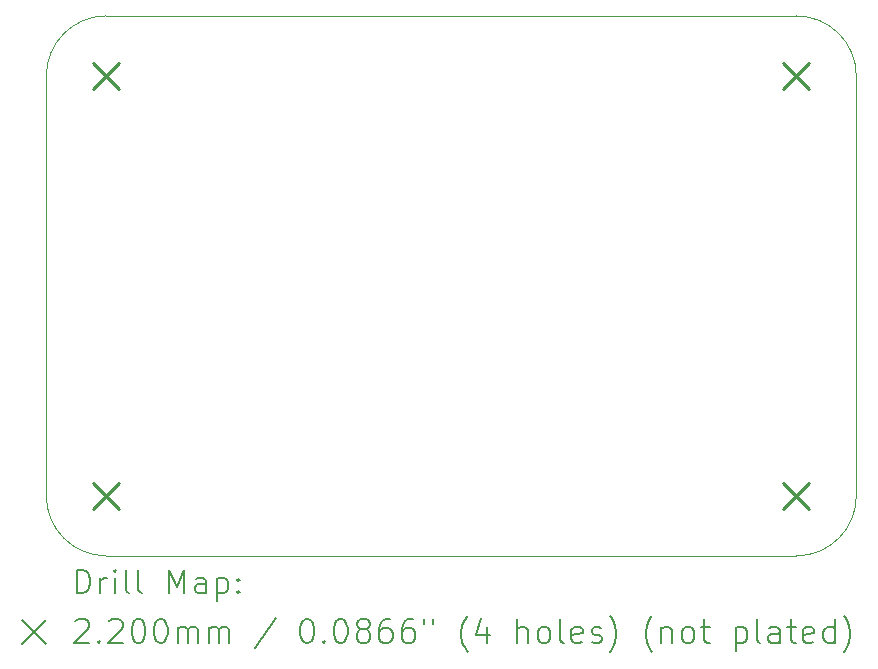
<source format=gbr>
%TF.GenerationSoftware,KiCad,Pcbnew,7.0.10*%
%TF.CreationDate,2024-01-28T20:05:48-07:00*%
%TF.ProjectId,CANBUS Breakout Board,43414e42-5553-4204-9272-65616b6f7574,rev?*%
%TF.SameCoordinates,Original*%
%TF.FileFunction,Drillmap*%
%TF.FilePolarity,Positive*%
%FSLAX45Y45*%
G04 Gerber Fmt 4.5, Leading zero omitted, Abs format (unit mm)*
G04 Created by KiCad (PCBNEW 7.0.10) date 2024-01-28 20:05:48*
%MOMM*%
%LPD*%
G01*
G04 APERTURE LIST*
%ADD10C,0.100000*%
%ADD11C,0.200000*%
%ADD12C,0.220000*%
G04 APERTURE END LIST*
D10*
X12446000Y-5588000D02*
G75*
G03*
X11938000Y-6096000I0J-508000D01*
G01*
X18288000Y-10160000D02*
G75*
G03*
X18796000Y-9652000I0J508000D01*
G01*
X12446000Y-5588000D02*
X18288000Y-5588000D01*
X18796000Y-6096000D02*
G75*
G03*
X18288000Y-5588000I-508000J0D01*
G01*
X11938000Y-6096000D02*
X11938000Y-9652000D01*
X11938000Y-9652000D02*
G75*
G03*
X12446000Y-10160000I508000J0D01*
G01*
X18796000Y-6096000D02*
X18796000Y-9652000D01*
X12446000Y-10160000D02*
X18288000Y-10160000D01*
D11*
D12*
X12336000Y-5986000D02*
X12556000Y-6206000D01*
X12556000Y-5986000D02*
X12336000Y-6206000D01*
X12336000Y-9542000D02*
X12556000Y-9762000D01*
X12556000Y-9542000D02*
X12336000Y-9762000D01*
X18178000Y-5986000D02*
X18398000Y-6206000D01*
X18398000Y-5986000D02*
X18178000Y-6206000D01*
X18178000Y-9542000D02*
X18398000Y-9762000D01*
X18398000Y-9542000D02*
X18178000Y-9762000D01*
D11*
X12193777Y-10476484D02*
X12193777Y-10276484D01*
X12193777Y-10276484D02*
X12241396Y-10276484D01*
X12241396Y-10276484D02*
X12269967Y-10286008D01*
X12269967Y-10286008D02*
X12289015Y-10305055D01*
X12289015Y-10305055D02*
X12298539Y-10324103D01*
X12298539Y-10324103D02*
X12308062Y-10362198D01*
X12308062Y-10362198D02*
X12308062Y-10390770D01*
X12308062Y-10390770D02*
X12298539Y-10428865D01*
X12298539Y-10428865D02*
X12289015Y-10447912D01*
X12289015Y-10447912D02*
X12269967Y-10466960D01*
X12269967Y-10466960D02*
X12241396Y-10476484D01*
X12241396Y-10476484D02*
X12193777Y-10476484D01*
X12393777Y-10476484D02*
X12393777Y-10343150D01*
X12393777Y-10381246D02*
X12403301Y-10362198D01*
X12403301Y-10362198D02*
X12412824Y-10352674D01*
X12412824Y-10352674D02*
X12431872Y-10343150D01*
X12431872Y-10343150D02*
X12450920Y-10343150D01*
X12517586Y-10476484D02*
X12517586Y-10343150D01*
X12517586Y-10276484D02*
X12508062Y-10286008D01*
X12508062Y-10286008D02*
X12517586Y-10295531D01*
X12517586Y-10295531D02*
X12527110Y-10286008D01*
X12527110Y-10286008D02*
X12517586Y-10276484D01*
X12517586Y-10276484D02*
X12517586Y-10295531D01*
X12641396Y-10476484D02*
X12622348Y-10466960D01*
X12622348Y-10466960D02*
X12612824Y-10447912D01*
X12612824Y-10447912D02*
X12612824Y-10276484D01*
X12746158Y-10476484D02*
X12727110Y-10466960D01*
X12727110Y-10466960D02*
X12717586Y-10447912D01*
X12717586Y-10447912D02*
X12717586Y-10276484D01*
X12974729Y-10476484D02*
X12974729Y-10276484D01*
X12974729Y-10276484D02*
X13041396Y-10419341D01*
X13041396Y-10419341D02*
X13108062Y-10276484D01*
X13108062Y-10276484D02*
X13108062Y-10476484D01*
X13289015Y-10476484D02*
X13289015Y-10371722D01*
X13289015Y-10371722D02*
X13279491Y-10352674D01*
X13279491Y-10352674D02*
X13260443Y-10343150D01*
X13260443Y-10343150D02*
X13222348Y-10343150D01*
X13222348Y-10343150D02*
X13203301Y-10352674D01*
X13289015Y-10466960D02*
X13269967Y-10476484D01*
X13269967Y-10476484D02*
X13222348Y-10476484D01*
X13222348Y-10476484D02*
X13203301Y-10466960D01*
X13203301Y-10466960D02*
X13193777Y-10447912D01*
X13193777Y-10447912D02*
X13193777Y-10428865D01*
X13193777Y-10428865D02*
X13203301Y-10409817D01*
X13203301Y-10409817D02*
X13222348Y-10400293D01*
X13222348Y-10400293D02*
X13269967Y-10400293D01*
X13269967Y-10400293D02*
X13289015Y-10390770D01*
X13384253Y-10343150D02*
X13384253Y-10543150D01*
X13384253Y-10352674D02*
X13403301Y-10343150D01*
X13403301Y-10343150D02*
X13441396Y-10343150D01*
X13441396Y-10343150D02*
X13460443Y-10352674D01*
X13460443Y-10352674D02*
X13469967Y-10362198D01*
X13469967Y-10362198D02*
X13479491Y-10381246D01*
X13479491Y-10381246D02*
X13479491Y-10438389D01*
X13479491Y-10438389D02*
X13469967Y-10457436D01*
X13469967Y-10457436D02*
X13460443Y-10466960D01*
X13460443Y-10466960D02*
X13441396Y-10476484D01*
X13441396Y-10476484D02*
X13403301Y-10476484D01*
X13403301Y-10476484D02*
X13384253Y-10466960D01*
X13565205Y-10457436D02*
X13574729Y-10466960D01*
X13574729Y-10466960D02*
X13565205Y-10476484D01*
X13565205Y-10476484D02*
X13555682Y-10466960D01*
X13555682Y-10466960D02*
X13565205Y-10457436D01*
X13565205Y-10457436D02*
X13565205Y-10476484D01*
X13565205Y-10352674D02*
X13574729Y-10362198D01*
X13574729Y-10362198D02*
X13565205Y-10371722D01*
X13565205Y-10371722D02*
X13555682Y-10362198D01*
X13555682Y-10362198D02*
X13565205Y-10352674D01*
X13565205Y-10352674D02*
X13565205Y-10371722D01*
X11733000Y-10705000D02*
X11933000Y-10905000D01*
X11933000Y-10705000D02*
X11733000Y-10905000D01*
X12184253Y-10715531D02*
X12193777Y-10706008D01*
X12193777Y-10706008D02*
X12212824Y-10696484D01*
X12212824Y-10696484D02*
X12260443Y-10696484D01*
X12260443Y-10696484D02*
X12279491Y-10706008D01*
X12279491Y-10706008D02*
X12289015Y-10715531D01*
X12289015Y-10715531D02*
X12298539Y-10734579D01*
X12298539Y-10734579D02*
X12298539Y-10753627D01*
X12298539Y-10753627D02*
X12289015Y-10782198D01*
X12289015Y-10782198D02*
X12174729Y-10896484D01*
X12174729Y-10896484D02*
X12298539Y-10896484D01*
X12384253Y-10877436D02*
X12393777Y-10886960D01*
X12393777Y-10886960D02*
X12384253Y-10896484D01*
X12384253Y-10896484D02*
X12374729Y-10886960D01*
X12374729Y-10886960D02*
X12384253Y-10877436D01*
X12384253Y-10877436D02*
X12384253Y-10896484D01*
X12469967Y-10715531D02*
X12479491Y-10706008D01*
X12479491Y-10706008D02*
X12498539Y-10696484D01*
X12498539Y-10696484D02*
X12546158Y-10696484D01*
X12546158Y-10696484D02*
X12565205Y-10706008D01*
X12565205Y-10706008D02*
X12574729Y-10715531D01*
X12574729Y-10715531D02*
X12584253Y-10734579D01*
X12584253Y-10734579D02*
X12584253Y-10753627D01*
X12584253Y-10753627D02*
X12574729Y-10782198D01*
X12574729Y-10782198D02*
X12460443Y-10896484D01*
X12460443Y-10896484D02*
X12584253Y-10896484D01*
X12708062Y-10696484D02*
X12727110Y-10696484D01*
X12727110Y-10696484D02*
X12746158Y-10706008D01*
X12746158Y-10706008D02*
X12755682Y-10715531D01*
X12755682Y-10715531D02*
X12765205Y-10734579D01*
X12765205Y-10734579D02*
X12774729Y-10772674D01*
X12774729Y-10772674D02*
X12774729Y-10820293D01*
X12774729Y-10820293D02*
X12765205Y-10858389D01*
X12765205Y-10858389D02*
X12755682Y-10877436D01*
X12755682Y-10877436D02*
X12746158Y-10886960D01*
X12746158Y-10886960D02*
X12727110Y-10896484D01*
X12727110Y-10896484D02*
X12708062Y-10896484D01*
X12708062Y-10896484D02*
X12689015Y-10886960D01*
X12689015Y-10886960D02*
X12679491Y-10877436D01*
X12679491Y-10877436D02*
X12669967Y-10858389D01*
X12669967Y-10858389D02*
X12660443Y-10820293D01*
X12660443Y-10820293D02*
X12660443Y-10772674D01*
X12660443Y-10772674D02*
X12669967Y-10734579D01*
X12669967Y-10734579D02*
X12679491Y-10715531D01*
X12679491Y-10715531D02*
X12689015Y-10706008D01*
X12689015Y-10706008D02*
X12708062Y-10696484D01*
X12898539Y-10696484D02*
X12917586Y-10696484D01*
X12917586Y-10696484D02*
X12936634Y-10706008D01*
X12936634Y-10706008D02*
X12946158Y-10715531D01*
X12946158Y-10715531D02*
X12955682Y-10734579D01*
X12955682Y-10734579D02*
X12965205Y-10772674D01*
X12965205Y-10772674D02*
X12965205Y-10820293D01*
X12965205Y-10820293D02*
X12955682Y-10858389D01*
X12955682Y-10858389D02*
X12946158Y-10877436D01*
X12946158Y-10877436D02*
X12936634Y-10886960D01*
X12936634Y-10886960D02*
X12917586Y-10896484D01*
X12917586Y-10896484D02*
X12898539Y-10896484D01*
X12898539Y-10896484D02*
X12879491Y-10886960D01*
X12879491Y-10886960D02*
X12869967Y-10877436D01*
X12869967Y-10877436D02*
X12860443Y-10858389D01*
X12860443Y-10858389D02*
X12850920Y-10820293D01*
X12850920Y-10820293D02*
X12850920Y-10772674D01*
X12850920Y-10772674D02*
X12860443Y-10734579D01*
X12860443Y-10734579D02*
X12869967Y-10715531D01*
X12869967Y-10715531D02*
X12879491Y-10706008D01*
X12879491Y-10706008D02*
X12898539Y-10696484D01*
X13050920Y-10896484D02*
X13050920Y-10763150D01*
X13050920Y-10782198D02*
X13060443Y-10772674D01*
X13060443Y-10772674D02*
X13079491Y-10763150D01*
X13079491Y-10763150D02*
X13108063Y-10763150D01*
X13108063Y-10763150D02*
X13127110Y-10772674D01*
X13127110Y-10772674D02*
X13136634Y-10791722D01*
X13136634Y-10791722D02*
X13136634Y-10896484D01*
X13136634Y-10791722D02*
X13146158Y-10772674D01*
X13146158Y-10772674D02*
X13165205Y-10763150D01*
X13165205Y-10763150D02*
X13193777Y-10763150D01*
X13193777Y-10763150D02*
X13212824Y-10772674D01*
X13212824Y-10772674D02*
X13222348Y-10791722D01*
X13222348Y-10791722D02*
X13222348Y-10896484D01*
X13317586Y-10896484D02*
X13317586Y-10763150D01*
X13317586Y-10782198D02*
X13327110Y-10772674D01*
X13327110Y-10772674D02*
X13346158Y-10763150D01*
X13346158Y-10763150D02*
X13374729Y-10763150D01*
X13374729Y-10763150D02*
X13393777Y-10772674D01*
X13393777Y-10772674D02*
X13403301Y-10791722D01*
X13403301Y-10791722D02*
X13403301Y-10896484D01*
X13403301Y-10791722D02*
X13412824Y-10772674D01*
X13412824Y-10772674D02*
X13431872Y-10763150D01*
X13431872Y-10763150D02*
X13460443Y-10763150D01*
X13460443Y-10763150D02*
X13479491Y-10772674D01*
X13479491Y-10772674D02*
X13489015Y-10791722D01*
X13489015Y-10791722D02*
X13489015Y-10896484D01*
X13879491Y-10686960D02*
X13708063Y-10944103D01*
X14136634Y-10696484D02*
X14155682Y-10696484D01*
X14155682Y-10696484D02*
X14174729Y-10706008D01*
X14174729Y-10706008D02*
X14184253Y-10715531D01*
X14184253Y-10715531D02*
X14193777Y-10734579D01*
X14193777Y-10734579D02*
X14203301Y-10772674D01*
X14203301Y-10772674D02*
X14203301Y-10820293D01*
X14203301Y-10820293D02*
X14193777Y-10858389D01*
X14193777Y-10858389D02*
X14184253Y-10877436D01*
X14184253Y-10877436D02*
X14174729Y-10886960D01*
X14174729Y-10886960D02*
X14155682Y-10896484D01*
X14155682Y-10896484D02*
X14136634Y-10896484D01*
X14136634Y-10896484D02*
X14117586Y-10886960D01*
X14117586Y-10886960D02*
X14108063Y-10877436D01*
X14108063Y-10877436D02*
X14098539Y-10858389D01*
X14098539Y-10858389D02*
X14089015Y-10820293D01*
X14089015Y-10820293D02*
X14089015Y-10772674D01*
X14089015Y-10772674D02*
X14098539Y-10734579D01*
X14098539Y-10734579D02*
X14108063Y-10715531D01*
X14108063Y-10715531D02*
X14117586Y-10706008D01*
X14117586Y-10706008D02*
X14136634Y-10696484D01*
X14289015Y-10877436D02*
X14298539Y-10886960D01*
X14298539Y-10886960D02*
X14289015Y-10896484D01*
X14289015Y-10896484D02*
X14279491Y-10886960D01*
X14279491Y-10886960D02*
X14289015Y-10877436D01*
X14289015Y-10877436D02*
X14289015Y-10896484D01*
X14422348Y-10696484D02*
X14441396Y-10696484D01*
X14441396Y-10696484D02*
X14460444Y-10706008D01*
X14460444Y-10706008D02*
X14469967Y-10715531D01*
X14469967Y-10715531D02*
X14479491Y-10734579D01*
X14479491Y-10734579D02*
X14489015Y-10772674D01*
X14489015Y-10772674D02*
X14489015Y-10820293D01*
X14489015Y-10820293D02*
X14479491Y-10858389D01*
X14479491Y-10858389D02*
X14469967Y-10877436D01*
X14469967Y-10877436D02*
X14460444Y-10886960D01*
X14460444Y-10886960D02*
X14441396Y-10896484D01*
X14441396Y-10896484D02*
X14422348Y-10896484D01*
X14422348Y-10896484D02*
X14403301Y-10886960D01*
X14403301Y-10886960D02*
X14393777Y-10877436D01*
X14393777Y-10877436D02*
X14384253Y-10858389D01*
X14384253Y-10858389D02*
X14374729Y-10820293D01*
X14374729Y-10820293D02*
X14374729Y-10772674D01*
X14374729Y-10772674D02*
X14384253Y-10734579D01*
X14384253Y-10734579D02*
X14393777Y-10715531D01*
X14393777Y-10715531D02*
X14403301Y-10706008D01*
X14403301Y-10706008D02*
X14422348Y-10696484D01*
X14603301Y-10782198D02*
X14584253Y-10772674D01*
X14584253Y-10772674D02*
X14574729Y-10763150D01*
X14574729Y-10763150D02*
X14565206Y-10744103D01*
X14565206Y-10744103D02*
X14565206Y-10734579D01*
X14565206Y-10734579D02*
X14574729Y-10715531D01*
X14574729Y-10715531D02*
X14584253Y-10706008D01*
X14584253Y-10706008D02*
X14603301Y-10696484D01*
X14603301Y-10696484D02*
X14641396Y-10696484D01*
X14641396Y-10696484D02*
X14660444Y-10706008D01*
X14660444Y-10706008D02*
X14669967Y-10715531D01*
X14669967Y-10715531D02*
X14679491Y-10734579D01*
X14679491Y-10734579D02*
X14679491Y-10744103D01*
X14679491Y-10744103D02*
X14669967Y-10763150D01*
X14669967Y-10763150D02*
X14660444Y-10772674D01*
X14660444Y-10772674D02*
X14641396Y-10782198D01*
X14641396Y-10782198D02*
X14603301Y-10782198D01*
X14603301Y-10782198D02*
X14584253Y-10791722D01*
X14584253Y-10791722D02*
X14574729Y-10801246D01*
X14574729Y-10801246D02*
X14565206Y-10820293D01*
X14565206Y-10820293D02*
X14565206Y-10858389D01*
X14565206Y-10858389D02*
X14574729Y-10877436D01*
X14574729Y-10877436D02*
X14584253Y-10886960D01*
X14584253Y-10886960D02*
X14603301Y-10896484D01*
X14603301Y-10896484D02*
X14641396Y-10896484D01*
X14641396Y-10896484D02*
X14660444Y-10886960D01*
X14660444Y-10886960D02*
X14669967Y-10877436D01*
X14669967Y-10877436D02*
X14679491Y-10858389D01*
X14679491Y-10858389D02*
X14679491Y-10820293D01*
X14679491Y-10820293D02*
X14669967Y-10801246D01*
X14669967Y-10801246D02*
X14660444Y-10791722D01*
X14660444Y-10791722D02*
X14641396Y-10782198D01*
X14850920Y-10696484D02*
X14812825Y-10696484D01*
X14812825Y-10696484D02*
X14793777Y-10706008D01*
X14793777Y-10706008D02*
X14784253Y-10715531D01*
X14784253Y-10715531D02*
X14765206Y-10744103D01*
X14765206Y-10744103D02*
X14755682Y-10782198D01*
X14755682Y-10782198D02*
X14755682Y-10858389D01*
X14755682Y-10858389D02*
X14765206Y-10877436D01*
X14765206Y-10877436D02*
X14774729Y-10886960D01*
X14774729Y-10886960D02*
X14793777Y-10896484D01*
X14793777Y-10896484D02*
X14831872Y-10896484D01*
X14831872Y-10896484D02*
X14850920Y-10886960D01*
X14850920Y-10886960D02*
X14860444Y-10877436D01*
X14860444Y-10877436D02*
X14869967Y-10858389D01*
X14869967Y-10858389D02*
X14869967Y-10810770D01*
X14869967Y-10810770D02*
X14860444Y-10791722D01*
X14860444Y-10791722D02*
X14850920Y-10782198D01*
X14850920Y-10782198D02*
X14831872Y-10772674D01*
X14831872Y-10772674D02*
X14793777Y-10772674D01*
X14793777Y-10772674D02*
X14774729Y-10782198D01*
X14774729Y-10782198D02*
X14765206Y-10791722D01*
X14765206Y-10791722D02*
X14755682Y-10810770D01*
X15041396Y-10696484D02*
X15003301Y-10696484D01*
X15003301Y-10696484D02*
X14984253Y-10706008D01*
X14984253Y-10706008D02*
X14974729Y-10715531D01*
X14974729Y-10715531D02*
X14955682Y-10744103D01*
X14955682Y-10744103D02*
X14946158Y-10782198D01*
X14946158Y-10782198D02*
X14946158Y-10858389D01*
X14946158Y-10858389D02*
X14955682Y-10877436D01*
X14955682Y-10877436D02*
X14965206Y-10886960D01*
X14965206Y-10886960D02*
X14984253Y-10896484D01*
X14984253Y-10896484D02*
X15022348Y-10896484D01*
X15022348Y-10896484D02*
X15041396Y-10886960D01*
X15041396Y-10886960D02*
X15050920Y-10877436D01*
X15050920Y-10877436D02*
X15060444Y-10858389D01*
X15060444Y-10858389D02*
X15060444Y-10810770D01*
X15060444Y-10810770D02*
X15050920Y-10791722D01*
X15050920Y-10791722D02*
X15041396Y-10782198D01*
X15041396Y-10782198D02*
X15022348Y-10772674D01*
X15022348Y-10772674D02*
X14984253Y-10772674D01*
X14984253Y-10772674D02*
X14965206Y-10782198D01*
X14965206Y-10782198D02*
X14955682Y-10791722D01*
X14955682Y-10791722D02*
X14946158Y-10810770D01*
X15136634Y-10696484D02*
X15136634Y-10734579D01*
X15212825Y-10696484D02*
X15212825Y-10734579D01*
X15508063Y-10972674D02*
X15498539Y-10963150D01*
X15498539Y-10963150D02*
X15479491Y-10934579D01*
X15479491Y-10934579D02*
X15469968Y-10915531D01*
X15469968Y-10915531D02*
X15460444Y-10886960D01*
X15460444Y-10886960D02*
X15450920Y-10839341D01*
X15450920Y-10839341D02*
X15450920Y-10801246D01*
X15450920Y-10801246D02*
X15460444Y-10753627D01*
X15460444Y-10753627D02*
X15469968Y-10725055D01*
X15469968Y-10725055D02*
X15479491Y-10706008D01*
X15479491Y-10706008D02*
X15498539Y-10677436D01*
X15498539Y-10677436D02*
X15508063Y-10667912D01*
X15669968Y-10763150D02*
X15669968Y-10896484D01*
X15622348Y-10686960D02*
X15574729Y-10829817D01*
X15574729Y-10829817D02*
X15698539Y-10829817D01*
X15927110Y-10896484D02*
X15927110Y-10696484D01*
X16012825Y-10896484D02*
X16012825Y-10791722D01*
X16012825Y-10791722D02*
X16003301Y-10772674D01*
X16003301Y-10772674D02*
X15984253Y-10763150D01*
X15984253Y-10763150D02*
X15955682Y-10763150D01*
X15955682Y-10763150D02*
X15936634Y-10772674D01*
X15936634Y-10772674D02*
X15927110Y-10782198D01*
X16136634Y-10896484D02*
X16117587Y-10886960D01*
X16117587Y-10886960D02*
X16108063Y-10877436D01*
X16108063Y-10877436D02*
X16098539Y-10858389D01*
X16098539Y-10858389D02*
X16098539Y-10801246D01*
X16098539Y-10801246D02*
X16108063Y-10782198D01*
X16108063Y-10782198D02*
X16117587Y-10772674D01*
X16117587Y-10772674D02*
X16136634Y-10763150D01*
X16136634Y-10763150D02*
X16165206Y-10763150D01*
X16165206Y-10763150D02*
X16184253Y-10772674D01*
X16184253Y-10772674D02*
X16193777Y-10782198D01*
X16193777Y-10782198D02*
X16203301Y-10801246D01*
X16203301Y-10801246D02*
X16203301Y-10858389D01*
X16203301Y-10858389D02*
X16193777Y-10877436D01*
X16193777Y-10877436D02*
X16184253Y-10886960D01*
X16184253Y-10886960D02*
X16165206Y-10896484D01*
X16165206Y-10896484D02*
X16136634Y-10896484D01*
X16317587Y-10896484D02*
X16298539Y-10886960D01*
X16298539Y-10886960D02*
X16289015Y-10867912D01*
X16289015Y-10867912D02*
X16289015Y-10696484D01*
X16469968Y-10886960D02*
X16450920Y-10896484D01*
X16450920Y-10896484D02*
X16412825Y-10896484D01*
X16412825Y-10896484D02*
X16393777Y-10886960D01*
X16393777Y-10886960D02*
X16384253Y-10867912D01*
X16384253Y-10867912D02*
X16384253Y-10791722D01*
X16384253Y-10791722D02*
X16393777Y-10772674D01*
X16393777Y-10772674D02*
X16412825Y-10763150D01*
X16412825Y-10763150D02*
X16450920Y-10763150D01*
X16450920Y-10763150D02*
X16469968Y-10772674D01*
X16469968Y-10772674D02*
X16479491Y-10791722D01*
X16479491Y-10791722D02*
X16479491Y-10810770D01*
X16479491Y-10810770D02*
X16384253Y-10829817D01*
X16555682Y-10886960D02*
X16574730Y-10896484D01*
X16574730Y-10896484D02*
X16612825Y-10896484D01*
X16612825Y-10896484D02*
X16631872Y-10886960D01*
X16631872Y-10886960D02*
X16641396Y-10867912D01*
X16641396Y-10867912D02*
X16641396Y-10858389D01*
X16641396Y-10858389D02*
X16631872Y-10839341D01*
X16631872Y-10839341D02*
X16612825Y-10829817D01*
X16612825Y-10829817D02*
X16584253Y-10829817D01*
X16584253Y-10829817D02*
X16565206Y-10820293D01*
X16565206Y-10820293D02*
X16555682Y-10801246D01*
X16555682Y-10801246D02*
X16555682Y-10791722D01*
X16555682Y-10791722D02*
X16565206Y-10772674D01*
X16565206Y-10772674D02*
X16584253Y-10763150D01*
X16584253Y-10763150D02*
X16612825Y-10763150D01*
X16612825Y-10763150D02*
X16631872Y-10772674D01*
X16708063Y-10972674D02*
X16717587Y-10963150D01*
X16717587Y-10963150D02*
X16736634Y-10934579D01*
X16736634Y-10934579D02*
X16746158Y-10915531D01*
X16746158Y-10915531D02*
X16755682Y-10886960D01*
X16755682Y-10886960D02*
X16765206Y-10839341D01*
X16765206Y-10839341D02*
X16765206Y-10801246D01*
X16765206Y-10801246D02*
X16755682Y-10753627D01*
X16755682Y-10753627D02*
X16746158Y-10725055D01*
X16746158Y-10725055D02*
X16736634Y-10706008D01*
X16736634Y-10706008D02*
X16717587Y-10677436D01*
X16717587Y-10677436D02*
X16708063Y-10667912D01*
X17069968Y-10972674D02*
X17060444Y-10963150D01*
X17060444Y-10963150D02*
X17041396Y-10934579D01*
X17041396Y-10934579D02*
X17031873Y-10915531D01*
X17031873Y-10915531D02*
X17022349Y-10886960D01*
X17022349Y-10886960D02*
X17012825Y-10839341D01*
X17012825Y-10839341D02*
X17012825Y-10801246D01*
X17012825Y-10801246D02*
X17022349Y-10753627D01*
X17022349Y-10753627D02*
X17031873Y-10725055D01*
X17031873Y-10725055D02*
X17041396Y-10706008D01*
X17041396Y-10706008D02*
X17060444Y-10677436D01*
X17060444Y-10677436D02*
X17069968Y-10667912D01*
X17146158Y-10763150D02*
X17146158Y-10896484D01*
X17146158Y-10782198D02*
X17155682Y-10772674D01*
X17155682Y-10772674D02*
X17174730Y-10763150D01*
X17174730Y-10763150D02*
X17203301Y-10763150D01*
X17203301Y-10763150D02*
X17222349Y-10772674D01*
X17222349Y-10772674D02*
X17231873Y-10791722D01*
X17231873Y-10791722D02*
X17231873Y-10896484D01*
X17355682Y-10896484D02*
X17336634Y-10886960D01*
X17336634Y-10886960D02*
X17327111Y-10877436D01*
X17327111Y-10877436D02*
X17317587Y-10858389D01*
X17317587Y-10858389D02*
X17317587Y-10801246D01*
X17317587Y-10801246D02*
X17327111Y-10782198D01*
X17327111Y-10782198D02*
X17336634Y-10772674D01*
X17336634Y-10772674D02*
X17355682Y-10763150D01*
X17355682Y-10763150D02*
X17384254Y-10763150D01*
X17384254Y-10763150D02*
X17403301Y-10772674D01*
X17403301Y-10772674D02*
X17412825Y-10782198D01*
X17412825Y-10782198D02*
X17422349Y-10801246D01*
X17422349Y-10801246D02*
X17422349Y-10858389D01*
X17422349Y-10858389D02*
X17412825Y-10877436D01*
X17412825Y-10877436D02*
X17403301Y-10886960D01*
X17403301Y-10886960D02*
X17384254Y-10896484D01*
X17384254Y-10896484D02*
X17355682Y-10896484D01*
X17479492Y-10763150D02*
X17555682Y-10763150D01*
X17508063Y-10696484D02*
X17508063Y-10867912D01*
X17508063Y-10867912D02*
X17517587Y-10886960D01*
X17517587Y-10886960D02*
X17536634Y-10896484D01*
X17536634Y-10896484D02*
X17555682Y-10896484D01*
X17774730Y-10763150D02*
X17774730Y-10963150D01*
X17774730Y-10772674D02*
X17793777Y-10763150D01*
X17793777Y-10763150D02*
X17831873Y-10763150D01*
X17831873Y-10763150D02*
X17850920Y-10772674D01*
X17850920Y-10772674D02*
X17860444Y-10782198D01*
X17860444Y-10782198D02*
X17869968Y-10801246D01*
X17869968Y-10801246D02*
X17869968Y-10858389D01*
X17869968Y-10858389D02*
X17860444Y-10877436D01*
X17860444Y-10877436D02*
X17850920Y-10886960D01*
X17850920Y-10886960D02*
X17831873Y-10896484D01*
X17831873Y-10896484D02*
X17793777Y-10896484D01*
X17793777Y-10896484D02*
X17774730Y-10886960D01*
X17984254Y-10896484D02*
X17965206Y-10886960D01*
X17965206Y-10886960D02*
X17955682Y-10867912D01*
X17955682Y-10867912D02*
X17955682Y-10696484D01*
X18146158Y-10896484D02*
X18146158Y-10791722D01*
X18146158Y-10791722D02*
X18136635Y-10772674D01*
X18136635Y-10772674D02*
X18117587Y-10763150D01*
X18117587Y-10763150D02*
X18079492Y-10763150D01*
X18079492Y-10763150D02*
X18060444Y-10772674D01*
X18146158Y-10886960D02*
X18127111Y-10896484D01*
X18127111Y-10896484D02*
X18079492Y-10896484D01*
X18079492Y-10896484D02*
X18060444Y-10886960D01*
X18060444Y-10886960D02*
X18050920Y-10867912D01*
X18050920Y-10867912D02*
X18050920Y-10848865D01*
X18050920Y-10848865D02*
X18060444Y-10829817D01*
X18060444Y-10829817D02*
X18079492Y-10820293D01*
X18079492Y-10820293D02*
X18127111Y-10820293D01*
X18127111Y-10820293D02*
X18146158Y-10810770D01*
X18212825Y-10763150D02*
X18289015Y-10763150D01*
X18241396Y-10696484D02*
X18241396Y-10867912D01*
X18241396Y-10867912D02*
X18250920Y-10886960D01*
X18250920Y-10886960D02*
X18269968Y-10896484D01*
X18269968Y-10896484D02*
X18289015Y-10896484D01*
X18431873Y-10886960D02*
X18412825Y-10896484D01*
X18412825Y-10896484D02*
X18374730Y-10896484D01*
X18374730Y-10896484D02*
X18355682Y-10886960D01*
X18355682Y-10886960D02*
X18346158Y-10867912D01*
X18346158Y-10867912D02*
X18346158Y-10791722D01*
X18346158Y-10791722D02*
X18355682Y-10772674D01*
X18355682Y-10772674D02*
X18374730Y-10763150D01*
X18374730Y-10763150D02*
X18412825Y-10763150D01*
X18412825Y-10763150D02*
X18431873Y-10772674D01*
X18431873Y-10772674D02*
X18441396Y-10791722D01*
X18441396Y-10791722D02*
X18441396Y-10810770D01*
X18441396Y-10810770D02*
X18346158Y-10829817D01*
X18612825Y-10896484D02*
X18612825Y-10696484D01*
X18612825Y-10886960D02*
X18593777Y-10896484D01*
X18593777Y-10896484D02*
X18555682Y-10896484D01*
X18555682Y-10896484D02*
X18536635Y-10886960D01*
X18536635Y-10886960D02*
X18527111Y-10877436D01*
X18527111Y-10877436D02*
X18517587Y-10858389D01*
X18517587Y-10858389D02*
X18517587Y-10801246D01*
X18517587Y-10801246D02*
X18527111Y-10782198D01*
X18527111Y-10782198D02*
X18536635Y-10772674D01*
X18536635Y-10772674D02*
X18555682Y-10763150D01*
X18555682Y-10763150D02*
X18593777Y-10763150D01*
X18593777Y-10763150D02*
X18612825Y-10772674D01*
X18689016Y-10972674D02*
X18698539Y-10963150D01*
X18698539Y-10963150D02*
X18717587Y-10934579D01*
X18717587Y-10934579D02*
X18727111Y-10915531D01*
X18727111Y-10915531D02*
X18736635Y-10886960D01*
X18736635Y-10886960D02*
X18746158Y-10839341D01*
X18746158Y-10839341D02*
X18746158Y-10801246D01*
X18746158Y-10801246D02*
X18736635Y-10753627D01*
X18736635Y-10753627D02*
X18727111Y-10725055D01*
X18727111Y-10725055D02*
X18717587Y-10706008D01*
X18717587Y-10706008D02*
X18698539Y-10677436D01*
X18698539Y-10677436D02*
X18689016Y-10667912D01*
M02*

</source>
